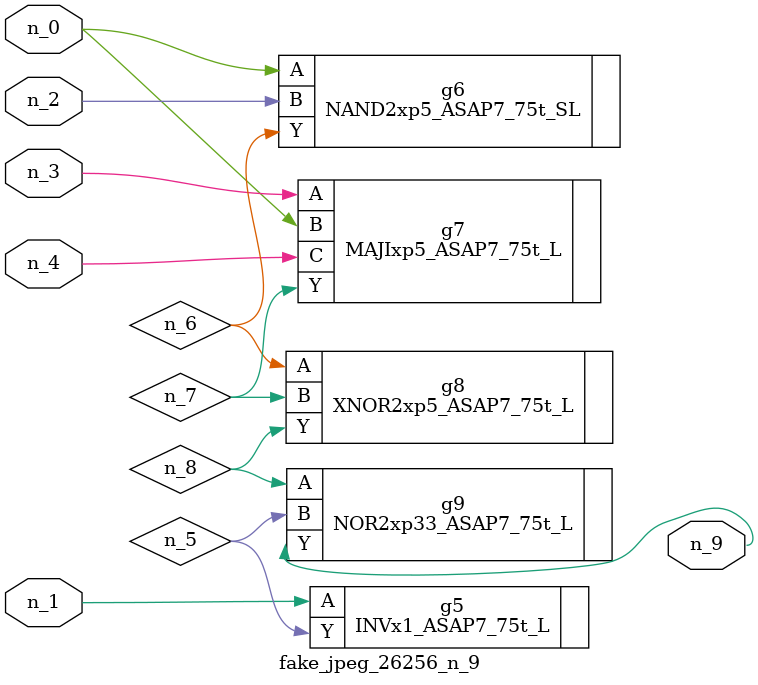
<source format=v>
module fake_jpeg_26256_n_9 (n_3, n_2, n_1, n_0, n_4, n_9);

input n_3;
input n_2;
input n_1;
input n_0;
input n_4;

output n_9;

wire n_8;
wire n_6;
wire n_5;
wire n_7;

INVx1_ASAP7_75t_L g5 ( 
.A(n_1),
.Y(n_5)
);

NAND2xp5_ASAP7_75t_SL g6 ( 
.A(n_0),
.B(n_2),
.Y(n_6)
);

MAJIxp5_ASAP7_75t_L g7 ( 
.A(n_3),
.B(n_0),
.C(n_4),
.Y(n_7)
);

XNOR2xp5_ASAP7_75t_L g8 ( 
.A(n_6),
.B(n_7),
.Y(n_8)
);

NOR2xp33_ASAP7_75t_L g9 ( 
.A(n_8),
.B(n_5),
.Y(n_9)
);


endmodule
</source>
